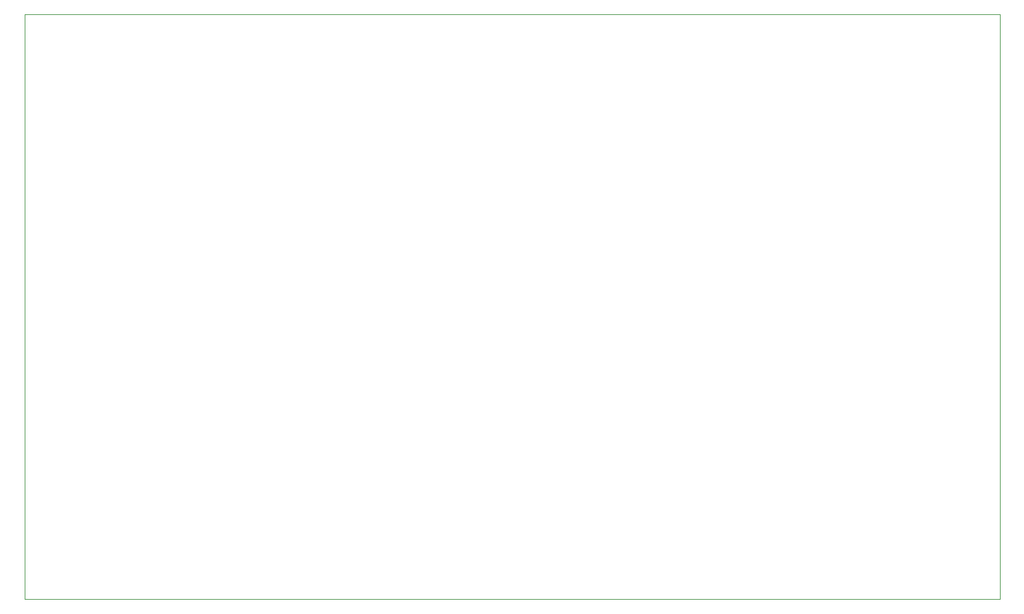
<source format=gbr>
G04 (created by PCBNEW-RS274X (2010-03-14)-final) date Mon 08 Apr 2013 04:17:26 PM EDT*
G01*
G70*
G90*
%MOIN*%
G04 Gerber Fmt 3.4, Leading zero omitted, Abs format*
%FSLAX34Y34*%
G04 APERTURE LIST*
%ADD10C,0.002000*%
%ADD11C,0.001000*%
G04 APERTURE END LIST*
G54D10*
G54D11*
X13760Y-39080D02*
X13760Y-09080D01*
X63760Y-39080D02*
X13760Y-39080D01*
X63760Y-09080D02*
X63760Y-39080D01*
X13760Y-09080D02*
X63760Y-09080D01*
M02*

</source>
